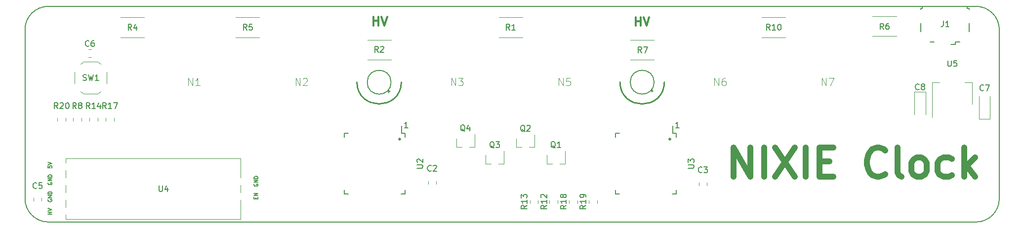
<source format=gbr>
%TF.GenerationSoftware,KiCad,Pcbnew,(5.0.1)-4*%
%TF.CreationDate,2019-04-12T07:50:59+02:00*%
%TF.ProjectId,nixie,6E697869652E6B696361645F70636200,rev?*%
%TF.SameCoordinates,Original*%
%TF.FileFunction,Legend,Top*%
%TF.FilePolarity,Positive*%
%FSLAX46Y46*%
G04 Gerber Fmt 4.6, Leading zero omitted, Abs format (unit mm)*
G04 Created by KiCad (PCBNEW (5.0.1)-4) date 12/04/2019 7:50:59*
%MOMM*%
%LPD*%
G01*
G04 APERTURE LIST*
%ADD10C,0.150000*%
%ADD11C,1.000000*%
%ADD12C,0.300000*%
%ADD13C,0.200000*%
%ADD14C,0.158750*%
%ADD15C,0.120000*%
%ADD16C,0.127000*%
%ADD17C,0.254000*%
%ADD18C,0.088900*%
G04 APERTURE END LIST*
D10*
X132873714Y-104084380D02*
X132302285Y-104084380D01*
X132588000Y-104084380D02*
X132588000Y-103084380D01*
X132492761Y-103227238D01*
X132397523Y-103322476D01*
X132302285Y-103370095D01*
D11*
X188700761Y-112497904D02*
X188700761Y-107497904D01*
X191557904Y-112497904D01*
X191557904Y-107497904D01*
X193938857Y-112497904D02*
X193938857Y-107497904D01*
X195843619Y-107497904D02*
X199176952Y-112497904D01*
X199176952Y-107497904D02*
X195843619Y-112497904D01*
X201081714Y-112497904D02*
X201081714Y-107497904D01*
X203462666Y-109878857D02*
X205129333Y-109878857D01*
X205843619Y-112497904D02*
X203462666Y-112497904D01*
X203462666Y-107497904D01*
X205843619Y-107497904D01*
X214653142Y-112021714D02*
X214415047Y-112259809D01*
X213700761Y-112497904D01*
X213224571Y-112497904D01*
X212510285Y-112259809D01*
X212034095Y-111783619D01*
X211796000Y-111307428D01*
X211557904Y-110355047D01*
X211557904Y-109640761D01*
X211796000Y-108688380D01*
X212034095Y-108212190D01*
X212510285Y-107736000D01*
X213224571Y-107497904D01*
X213700761Y-107497904D01*
X214415047Y-107736000D01*
X214653142Y-107974095D01*
X217510285Y-112497904D02*
X217034095Y-112259809D01*
X216796000Y-111783619D01*
X216796000Y-107497904D01*
X220129333Y-112497904D02*
X219653142Y-112259809D01*
X219415047Y-112021714D01*
X219176952Y-111545523D01*
X219176952Y-110116952D01*
X219415047Y-109640761D01*
X219653142Y-109402666D01*
X220129333Y-109164571D01*
X220843619Y-109164571D01*
X221319809Y-109402666D01*
X221557904Y-109640761D01*
X221796000Y-110116952D01*
X221796000Y-111545523D01*
X221557904Y-112021714D01*
X221319809Y-112259809D01*
X220843619Y-112497904D01*
X220129333Y-112497904D01*
X226081714Y-112259809D02*
X225605523Y-112497904D01*
X224653142Y-112497904D01*
X224176952Y-112259809D01*
X223938857Y-112021714D01*
X223700761Y-111545523D01*
X223700761Y-110116952D01*
X223938857Y-109640761D01*
X224176952Y-109402666D01*
X224653142Y-109164571D01*
X225605523Y-109164571D01*
X226081714Y-109402666D01*
X228224571Y-112497904D02*
X228224571Y-107497904D01*
X228700761Y-110593142D02*
X230129333Y-112497904D01*
X230129333Y-109164571D02*
X228224571Y-111069333D01*
D12*
X131445000Y-105945714D02*
X131516428Y-106017142D01*
X131445000Y-106088571D01*
X131373571Y-106017142D01*
X131445000Y-105945714D01*
X131445000Y-106088571D01*
X177800000Y-105945714D02*
X177871428Y-106017142D01*
X177800000Y-106088571D01*
X177728571Y-106017142D01*
X177800000Y-105945714D01*
X177800000Y-106088571D01*
D13*
X71251000Y-120249000D02*
G75*
G02X67251000Y-116249000I0J4000000D01*
G01*
X71251000Y-120249000D02*
X230251000Y-120249000D01*
X234251000Y-87249000D02*
X234251000Y-116249000D01*
X67251000Y-87249000D02*
G75*
G02X71251000Y-83249000I4000000J0D01*
G01*
X234251000Y-116249000D02*
G75*
G02X230251000Y-120249000I-4000000J0D01*
G01*
X67251000Y-87249000D02*
X67251000Y-116249000D01*
X71251000Y-83249000D02*
X230251000Y-83249000D01*
X230251000Y-83249000D02*
G75*
G02X234251000Y-87249000I0J-4000000D01*
G01*
D14*
X106825142Y-116283619D02*
X106825142Y-116071952D01*
X107157761Y-115981238D02*
X107157761Y-116283619D01*
X106522761Y-116283619D01*
X106522761Y-115981238D01*
X107157761Y-115709095D02*
X106522761Y-115709095D01*
X107157761Y-115346238D01*
X106522761Y-115346238D01*
X106553000Y-113743619D02*
X106522761Y-113804095D01*
X106522761Y-113894809D01*
X106553000Y-113985523D01*
X106613476Y-114046000D01*
X106673952Y-114076238D01*
X106794904Y-114106476D01*
X106885619Y-114106476D01*
X107006571Y-114076238D01*
X107067047Y-114046000D01*
X107127523Y-113985523D01*
X107157761Y-113894809D01*
X107157761Y-113834333D01*
X107127523Y-113743619D01*
X107097285Y-113713380D01*
X106885619Y-113713380D01*
X106885619Y-113834333D01*
X107157761Y-113441238D02*
X106522761Y-113441238D01*
X107157761Y-113078380D01*
X106522761Y-113078380D01*
X107157761Y-112776000D02*
X106522761Y-112776000D01*
X106522761Y-112624809D01*
X106553000Y-112534095D01*
X106613476Y-112473619D01*
X106673952Y-112443380D01*
X106794904Y-112413142D01*
X106885619Y-112413142D01*
X107006571Y-112443380D01*
X107067047Y-112473619D01*
X107127523Y-112534095D01*
X107157761Y-112624809D01*
X107157761Y-112776000D01*
X71851761Y-118905261D02*
X71216761Y-118905261D01*
X71519142Y-118905261D02*
X71519142Y-118542404D01*
X71851761Y-118542404D02*
X71216761Y-118542404D01*
X71216761Y-118330738D02*
X71851761Y-118119071D01*
X71216761Y-117907404D01*
X71247000Y-116395500D02*
X71216761Y-116455976D01*
X71216761Y-116546690D01*
X71247000Y-116637404D01*
X71307476Y-116697880D01*
X71367952Y-116728119D01*
X71488904Y-116758357D01*
X71579619Y-116758357D01*
X71700571Y-116728119D01*
X71761047Y-116697880D01*
X71821523Y-116637404D01*
X71851761Y-116546690D01*
X71851761Y-116486214D01*
X71821523Y-116395500D01*
X71791285Y-116365261D01*
X71579619Y-116365261D01*
X71579619Y-116486214D01*
X71851761Y-116093119D02*
X71216761Y-116093119D01*
X71851761Y-115730261D01*
X71216761Y-115730261D01*
X71851761Y-115427880D02*
X71216761Y-115427880D01*
X71216761Y-115276690D01*
X71247000Y-115185976D01*
X71307476Y-115125500D01*
X71367952Y-115095261D01*
X71488904Y-115065023D01*
X71579619Y-115065023D01*
X71700571Y-115095261D01*
X71761047Y-115125500D01*
X71821523Y-115185976D01*
X71851761Y-115276690D01*
X71851761Y-115427880D01*
X71247000Y-113492642D02*
X71216761Y-113553119D01*
X71216761Y-113643833D01*
X71247000Y-113734547D01*
X71307476Y-113795023D01*
X71367952Y-113825261D01*
X71488904Y-113855500D01*
X71579619Y-113855500D01*
X71700571Y-113825261D01*
X71761047Y-113795023D01*
X71821523Y-113734547D01*
X71851761Y-113643833D01*
X71851761Y-113583357D01*
X71821523Y-113492642D01*
X71791285Y-113462404D01*
X71579619Y-113462404D01*
X71579619Y-113583357D01*
X71851761Y-113190261D02*
X71216761Y-113190261D01*
X71851761Y-112827404D01*
X71216761Y-112827404D01*
X71851761Y-112525023D02*
X71216761Y-112525023D01*
X71216761Y-112373833D01*
X71247000Y-112283119D01*
X71307476Y-112222642D01*
X71367952Y-112192404D01*
X71488904Y-112162166D01*
X71579619Y-112162166D01*
X71700571Y-112192404D01*
X71761047Y-112222642D01*
X71821523Y-112283119D01*
X71851761Y-112373833D01*
X71851761Y-112525023D01*
X71216761Y-110620023D02*
X71216761Y-110922404D01*
X71519142Y-110952642D01*
X71488904Y-110922404D01*
X71458666Y-110861928D01*
X71458666Y-110710738D01*
X71488904Y-110650261D01*
X71519142Y-110620023D01*
X71579619Y-110589785D01*
X71730809Y-110589785D01*
X71791285Y-110620023D01*
X71821523Y-110650261D01*
X71851761Y-110710738D01*
X71851761Y-110861928D01*
X71821523Y-110922404D01*
X71791285Y-110952642D01*
X71216761Y-110408357D02*
X71851761Y-110196690D01*
X71216761Y-109985023D01*
X174930404Y-97708357D02*
X174446595Y-97708357D01*
X174688500Y-97950261D02*
X174688500Y-97466452D01*
X129845404Y-97835357D02*
X129361595Y-97835357D01*
X129603500Y-98077261D02*
X129603500Y-97593452D01*
D12*
X171902571Y-86594071D02*
X171902571Y-85094071D01*
X171902571Y-85808357D02*
X172759714Y-85808357D01*
X172759714Y-86594071D02*
X172759714Y-85094071D01*
X173259714Y-85094071D02*
X173759714Y-86594071D01*
X174259714Y-85094071D01*
X127008071Y-86530571D02*
X127008071Y-85030571D01*
X127008071Y-85744857D02*
X127865214Y-85744857D01*
X127865214Y-86530571D02*
X127865214Y-85030571D01*
X128365214Y-85030571D02*
X128865214Y-86530571D01*
X129365214Y-85030571D01*
D10*
X179355714Y-104084380D02*
X178784285Y-104084380D01*
X179070000Y-104084380D02*
X179070000Y-103084380D01*
X178974761Y-103227238D01*
X178879523Y-103322476D01*
X178784285Y-103370095D01*
X131790500Y-105061000D02*
X131790500Y-103786000D01*
X132365500Y-115411000D02*
X132365500Y-114736000D01*
X122015500Y-115411000D02*
X122015500Y-114736000D01*
X122015500Y-105061000D02*
X122015500Y-105736000D01*
X132365500Y-105061000D02*
X132365500Y-105736000D01*
X122015500Y-105061000D02*
X122690500Y-105061000D01*
X122015500Y-115411000D02*
X122690500Y-115411000D01*
X132365500Y-115411000D02*
X131690500Y-115411000D01*
X132365500Y-105061000D02*
X131790500Y-105061000D01*
X178272500Y-105061000D02*
X178272500Y-103786000D01*
X178847500Y-115411000D02*
X178847500Y-114736000D01*
X168497500Y-115411000D02*
X168497500Y-114736000D01*
X168497500Y-105061000D02*
X168497500Y-105736000D01*
X178847500Y-105061000D02*
X178847500Y-105736000D01*
X168497500Y-105061000D02*
X169172500Y-105061000D01*
X168497500Y-115411000D02*
X169172500Y-115411000D01*
X178847500Y-115411000D02*
X178172500Y-115411000D01*
X178847500Y-105061000D02*
X178272500Y-105061000D01*
D15*
X219727500Y-97909500D02*
X219727500Y-101819500D01*
X221597500Y-97909500D02*
X219727500Y-97909500D01*
X221597500Y-101819500D02*
X221597500Y-97909500D01*
X74231500Y-118999000D02*
X74231500Y-119761000D01*
X74231500Y-119761000D02*
X104203500Y-119761000D01*
X104203500Y-113919000D02*
X104203500Y-115189000D01*
X104203500Y-109347000D02*
X104203500Y-112649000D01*
X74231500Y-116459000D02*
X74231500Y-117729000D01*
X74231500Y-113919000D02*
X74231500Y-115189000D01*
X74231500Y-111379000D02*
X74231500Y-112649000D01*
X74231500Y-109347000D02*
X74231500Y-110109000D01*
X74231500Y-109347000D02*
X104203500Y-109347000D01*
X104203500Y-116459000D02*
X104203500Y-119761000D01*
D16*
X129999998Y-96266000D02*
G75*
G03X129999998Y-96266000I-2047498J0D01*
G01*
D17*
X124142544Y-96268135D02*
G75*
G03X131762500Y-96266000I3809956J80875D01*
G01*
D16*
X175084998Y-96266000D02*
G75*
G03X175084998Y-96266000I-2047498J0D01*
G01*
D17*
X169227544Y-96268135D02*
G75*
G03X176847500Y-96266000I3809956J80875D01*
G01*
D15*
X136338000Y-113733078D02*
X136338000Y-113215922D01*
X137758000Y-113733078D02*
X137758000Y-113215922D01*
X184161500Y-114002078D02*
X184161500Y-113484922D01*
X182741500Y-114002078D02*
X182741500Y-113484922D01*
X68695500Y-116088422D02*
X68695500Y-116605578D01*
X70115500Y-116088422D02*
X70115500Y-116605578D01*
D10*
X229067000Y-87581500D02*
X229067000Y-86181500D01*
X229067000Y-83781500D02*
X229067000Y-83631500D01*
X229067000Y-83631500D02*
X228767000Y-83631500D01*
X228767000Y-83631500D02*
X228767000Y-83181500D01*
X221067000Y-83181500D02*
X221067000Y-83631500D01*
X221067000Y-83631500D02*
X220767000Y-83631500D01*
X220767000Y-83631500D02*
X220767000Y-83781500D01*
X220767000Y-86181500D02*
X220767000Y-87581500D01*
X225992000Y-89756500D02*
X226717000Y-89756500D01*
X226717000Y-89756500D02*
X226717000Y-89331500D01*
X226717000Y-89331500D02*
X227442000Y-89331500D01*
X223117000Y-89331500D02*
X222392000Y-89331500D01*
D15*
X156664500Y-110250000D02*
X157594500Y-110250000D01*
X159824500Y-110250000D02*
X158894500Y-110250000D01*
X159824500Y-110250000D02*
X159824500Y-108090000D01*
X156664500Y-110250000D02*
X156664500Y-108790000D01*
X151457500Y-107424000D02*
X152387500Y-107424000D01*
X154617500Y-107424000D02*
X153687500Y-107424000D01*
X154617500Y-107424000D02*
X154617500Y-105264000D01*
X151457500Y-107424000D02*
X151457500Y-105964000D01*
X146187000Y-110234000D02*
X146187000Y-108774000D01*
X149347000Y-110234000D02*
X149347000Y-108074000D01*
X149347000Y-110234000D02*
X148417000Y-110234000D01*
X146187000Y-110234000D02*
X147117000Y-110234000D01*
X141168000Y-107376500D02*
X141168000Y-105916500D01*
X144328000Y-107376500D02*
X144328000Y-105216500D01*
X144328000Y-107376500D02*
X143398000Y-107376500D01*
X141168000Y-107376500D02*
X142098000Y-107376500D01*
X152547064Y-85158000D02*
X148442936Y-85158000D01*
X152547064Y-88578000D02*
X148442936Y-88578000D01*
X125921436Y-89031500D02*
X130025564Y-89031500D01*
X125921436Y-92451500D02*
X130025564Y-92451500D01*
X83630436Y-88578000D02*
X87734564Y-88578000D01*
X83630436Y-85158000D02*
X87734564Y-85158000D01*
X103357936Y-85158000D02*
X107462064Y-85158000D01*
X103357936Y-88578000D02*
X107462064Y-88578000D01*
X216618564Y-88387500D02*
X212514436Y-88387500D01*
X216618564Y-84967500D02*
X212514436Y-84967500D01*
X171006436Y-92451500D02*
X175110564Y-92451500D01*
X171006436Y-89031500D02*
X175110564Y-89031500D01*
X76910000Y-102938078D02*
X76910000Y-102420922D01*
X75490000Y-102938078D02*
X75490000Y-102420922D01*
X197632064Y-88578000D02*
X193527936Y-88578000D01*
X197632064Y-85158000D02*
X193527936Y-85158000D01*
X157151000Y-117020078D02*
X157151000Y-116502922D01*
X158571000Y-117020078D02*
X158571000Y-116502922D01*
X153785500Y-117020078D02*
X153785500Y-116502922D01*
X155205500Y-117020078D02*
X155205500Y-116502922D01*
X79704000Y-102923078D02*
X79704000Y-102405922D01*
X78284000Y-102923078D02*
X78284000Y-102405922D01*
X81078000Y-102923078D02*
X81078000Y-102405922D01*
X82498000Y-102923078D02*
X82498000Y-102405922D01*
X160516500Y-117020078D02*
X160516500Y-116502922D01*
X161936500Y-117020078D02*
X161936500Y-116502922D01*
X165302000Y-117020078D02*
X165302000Y-116502922D01*
X163882000Y-117020078D02*
X163882000Y-116502922D01*
X74243000Y-102923078D02*
X74243000Y-102405922D01*
X72823000Y-102923078D02*
X72823000Y-102405922D01*
X78115422Y-90603000D02*
X78632578Y-90603000D01*
X78115422Y-92023000D02*
X78632578Y-92023000D01*
X76811000Y-97809000D02*
X77261000Y-98259000D01*
X80211000Y-97809000D02*
X79761000Y-98259000D01*
X80211000Y-93209000D02*
X79761000Y-92759000D01*
X76811000Y-93209000D02*
X77261000Y-92759000D01*
X81261000Y-94509000D02*
X81261000Y-96509000D01*
X77261000Y-98259000D02*
X79761000Y-98259000D01*
X75761000Y-94509000D02*
X75761000Y-96509000D01*
X77261000Y-92759000D02*
X79761000Y-92759000D01*
X230776500Y-98666500D02*
X230776500Y-102576500D01*
X230776500Y-102576500D02*
X232646500Y-102576500D01*
X232646500Y-102576500D02*
X232646500Y-98666500D01*
X229597000Y-96299500D02*
X228337000Y-96299500D01*
X222777000Y-96299500D02*
X224037000Y-96299500D01*
X229597000Y-100059500D02*
X229597000Y-96299500D01*
X222777000Y-102309500D02*
X222777000Y-96299500D01*
D10*
X134442880Y-110997904D02*
X135252404Y-110997904D01*
X135347642Y-110950285D01*
X135395261Y-110902666D01*
X135442880Y-110807428D01*
X135442880Y-110616952D01*
X135395261Y-110521714D01*
X135347642Y-110474095D01*
X135252404Y-110426476D01*
X134442880Y-110426476D01*
X134538119Y-109997904D02*
X134490500Y-109950285D01*
X134442880Y-109855047D01*
X134442880Y-109616952D01*
X134490500Y-109521714D01*
X134538119Y-109474095D01*
X134633357Y-109426476D01*
X134728595Y-109426476D01*
X134871452Y-109474095D01*
X135442880Y-110045523D01*
X135442880Y-109426476D01*
X180924880Y-110997904D02*
X181734404Y-110997904D01*
X181829642Y-110950285D01*
X181877261Y-110902666D01*
X181924880Y-110807428D01*
X181924880Y-110616952D01*
X181877261Y-110521714D01*
X181829642Y-110474095D01*
X181734404Y-110426476D01*
X180924880Y-110426476D01*
X180924880Y-110045523D02*
X180924880Y-109426476D01*
X181305833Y-109759809D01*
X181305833Y-109616952D01*
X181353452Y-109521714D01*
X181401071Y-109474095D01*
X181496309Y-109426476D01*
X181734404Y-109426476D01*
X181829642Y-109474095D01*
X181877261Y-109521714D01*
X181924880Y-109616952D01*
X181924880Y-109902666D01*
X181877261Y-109997904D01*
X181829642Y-110045523D01*
X220495833Y-97481642D02*
X220448214Y-97529261D01*
X220305357Y-97576880D01*
X220210119Y-97576880D01*
X220067261Y-97529261D01*
X219972023Y-97434023D01*
X219924404Y-97338785D01*
X219876785Y-97148309D01*
X219876785Y-97005452D01*
X219924404Y-96814976D01*
X219972023Y-96719738D01*
X220067261Y-96624500D01*
X220210119Y-96576880D01*
X220305357Y-96576880D01*
X220448214Y-96624500D01*
X220495833Y-96672119D01*
X221067261Y-97005452D02*
X220972023Y-96957833D01*
X220924404Y-96910214D01*
X220876785Y-96814976D01*
X220876785Y-96767357D01*
X220924404Y-96672119D01*
X220972023Y-96624500D01*
X221067261Y-96576880D01*
X221257738Y-96576880D01*
X221352976Y-96624500D01*
X221400595Y-96672119D01*
X221448214Y-96767357D01*
X221448214Y-96814976D01*
X221400595Y-96910214D01*
X221352976Y-96957833D01*
X221257738Y-97005452D01*
X221067261Y-97005452D01*
X220972023Y-97053071D01*
X220924404Y-97100690D01*
X220876785Y-97195928D01*
X220876785Y-97386404D01*
X220924404Y-97481642D01*
X220972023Y-97529261D01*
X221067261Y-97576880D01*
X221257738Y-97576880D01*
X221352976Y-97529261D01*
X221400595Y-97481642D01*
X221448214Y-97386404D01*
X221448214Y-97195928D01*
X221400595Y-97100690D01*
X221352976Y-97053071D01*
X221257738Y-97005452D01*
X90233595Y-114006380D02*
X90233595Y-114815904D01*
X90281214Y-114911142D01*
X90328833Y-114958761D01*
X90424071Y-115006380D01*
X90614547Y-115006380D01*
X90709785Y-114958761D01*
X90757404Y-114911142D01*
X90805023Y-114815904D01*
X90805023Y-114006380D01*
X91709785Y-114339714D02*
X91709785Y-115006380D01*
X91471690Y-113958761D02*
X91233595Y-114673047D01*
X91852642Y-114673047D01*
D18*
X95234880Y-96840523D02*
X95234880Y-95570523D01*
X95960595Y-96840523D01*
X95960595Y-95570523D01*
X97230595Y-96840523D02*
X96504880Y-96840523D01*
X96867738Y-96840523D02*
X96867738Y-95570523D01*
X96746785Y-95751952D01*
X96625833Y-95872904D01*
X96504880Y-95933380D01*
X113649880Y-96840523D02*
X113649880Y-95570523D01*
X114375595Y-96840523D01*
X114375595Y-95570523D01*
X114919880Y-95691476D02*
X114980357Y-95631000D01*
X115101309Y-95570523D01*
X115403690Y-95570523D01*
X115524642Y-95631000D01*
X115585119Y-95691476D01*
X115645595Y-95812428D01*
X115645595Y-95933380D01*
X115585119Y-96114809D01*
X114859404Y-96840523D01*
X115645595Y-96840523D01*
X140319880Y-96840523D02*
X140319880Y-95570523D01*
X141045595Y-96840523D01*
X141045595Y-95570523D01*
X141529404Y-95570523D02*
X142315595Y-95570523D01*
X141892261Y-96054333D01*
X142073690Y-96054333D01*
X142194642Y-96114809D01*
X142255119Y-96175285D01*
X142315595Y-96296238D01*
X142315595Y-96598619D01*
X142255119Y-96719571D01*
X142194642Y-96780047D01*
X142073690Y-96840523D01*
X141710833Y-96840523D01*
X141589880Y-96780047D01*
X141529404Y-96719571D01*
X158734880Y-96840523D02*
X158734880Y-95570523D01*
X159460595Y-96840523D01*
X159460595Y-95570523D01*
X160670119Y-95570523D02*
X160065357Y-95570523D01*
X160004880Y-96175285D01*
X160065357Y-96114809D01*
X160186309Y-96054333D01*
X160488690Y-96054333D01*
X160609642Y-96114809D01*
X160670119Y-96175285D01*
X160730595Y-96296238D01*
X160730595Y-96598619D01*
X160670119Y-96719571D01*
X160609642Y-96780047D01*
X160488690Y-96840523D01*
X160186309Y-96840523D01*
X160065357Y-96780047D01*
X160004880Y-96719571D01*
X185404880Y-96840523D02*
X185404880Y-95570523D01*
X186130595Y-96840523D01*
X186130595Y-95570523D01*
X187279642Y-95570523D02*
X187037738Y-95570523D01*
X186916785Y-95631000D01*
X186856309Y-95691476D01*
X186735357Y-95872904D01*
X186674880Y-96114809D01*
X186674880Y-96598619D01*
X186735357Y-96719571D01*
X186795833Y-96780047D01*
X186916785Y-96840523D01*
X187158690Y-96840523D01*
X187279642Y-96780047D01*
X187340119Y-96719571D01*
X187400595Y-96598619D01*
X187400595Y-96296238D01*
X187340119Y-96175285D01*
X187279642Y-96114809D01*
X187158690Y-96054333D01*
X186916785Y-96054333D01*
X186795833Y-96114809D01*
X186735357Y-96175285D01*
X186674880Y-96296238D01*
X203819880Y-96840523D02*
X203819880Y-95570523D01*
X204545595Y-96840523D01*
X204545595Y-95570523D01*
X205029404Y-95570523D02*
X205876071Y-95570523D01*
X205331785Y-96840523D01*
D10*
X136866333Y-111418642D02*
X136818714Y-111466261D01*
X136675857Y-111513880D01*
X136580619Y-111513880D01*
X136437761Y-111466261D01*
X136342523Y-111371023D01*
X136294904Y-111275785D01*
X136247285Y-111085309D01*
X136247285Y-110942452D01*
X136294904Y-110751976D01*
X136342523Y-110656738D01*
X136437761Y-110561500D01*
X136580619Y-110513880D01*
X136675857Y-110513880D01*
X136818714Y-110561500D01*
X136866333Y-110609119D01*
X137247285Y-110609119D02*
X137294904Y-110561500D01*
X137390142Y-110513880D01*
X137628238Y-110513880D01*
X137723476Y-110561500D01*
X137771095Y-110609119D01*
X137818714Y-110704357D01*
X137818714Y-110799595D01*
X137771095Y-110942452D01*
X137199666Y-111513880D01*
X137818714Y-111513880D01*
X183284833Y-111702642D02*
X183237214Y-111750261D01*
X183094357Y-111797880D01*
X182999119Y-111797880D01*
X182856261Y-111750261D01*
X182761023Y-111655023D01*
X182713404Y-111559785D01*
X182665785Y-111369309D01*
X182665785Y-111226452D01*
X182713404Y-111035976D01*
X182761023Y-110940738D01*
X182856261Y-110845500D01*
X182999119Y-110797880D01*
X183094357Y-110797880D01*
X183237214Y-110845500D01*
X183284833Y-110893119D01*
X183618166Y-110797880D02*
X184237214Y-110797880D01*
X183903880Y-111178833D01*
X184046738Y-111178833D01*
X184141976Y-111226452D01*
X184189595Y-111274071D01*
X184237214Y-111369309D01*
X184237214Y-111607404D01*
X184189595Y-111702642D01*
X184141976Y-111750261D01*
X184046738Y-111797880D01*
X183761023Y-111797880D01*
X183665785Y-111750261D01*
X183618166Y-111702642D01*
X69238833Y-114403142D02*
X69191214Y-114450761D01*
X69048357Y-114498380D01*
X68953119Y-114498380D01*
X68810261Y-114450761D01*
X68715023Y-114355523D01*
X68667404Y-114260285D01*
X68619785Y-114069809D01*
X68619785Y-113926952D01*
X68667404Y-113736476D01*
X68715023Y-113641238D01*
X68810261Y-113546000D01*
X68953119Y-113498380D01*
X69048357Y-113498380D01*
X69191214Y-113546000D01*
X69238833Y-113593619D01*
X70143595Y-113498380D02*
X69667404Y-113498380D01*
X69619785Y-113974571D01*
X69667404Y-113926952D01*
X69762642Y-113879333D01*
X70000738Y-113879333D01*
X70095976Y-113926952D01*
X70143595Y-113974571D01*
X70191214Y-114069809D01*
X70191214Y-114307904D01*
X70143595Y-114403142D01*
X70095976Y-114450761D01*
X70000738Y-114498380D01*
X69762642Y-114498380D01*
X69667404Y-114450761D01*
X69619785Y-114403142D01*
X224647166Y-85748880D02*
X224647166Y-86463166D01*
X224599547Y-86606023D01*
X224504309Y-86701261D01*
X224361452Y-86748880D01*
X224266214Y-86748880D01*
X225647166Y-86748880D02*
X225075738Y-86748880D01*
X225361452Y-86748880D02*
X225361452Y-85748880D01*
X225266214Y-85891738D01*
X225170976Y-85986976D01*
X225075738Y-86034595D01*
X158151761Y-107545119D02*
X158056523Y-107497500D01*
X157961285Y-107402261D01*
X157818428Y-107259404D01*
X157723190Y-107211785D01*
X157627952Y-107211785D01*
X157675571Y-107449880D02*
X157580333Y-107402261D01*
X157485095Y-107307023D01*
X157437476Y-107116547D01*
X157437476Y-106783214D01*
X157485095Y-106592738D01*
X157580333Y-106497500D01*
X157675571Y-106449880D01*
X157866047Y-106449880D01*
X157961285Y-106497500D01*
X158056523Y-106592738D01*
X158104142Y-106783214D01*
X158104142Y-107116547D01*
X158056523Y-107307023D01*
X157961285Y-107402261D01*
X157866047Y-107449880D01*
X157675571Y-107449880D01*
X159056523Y-107449880D02*
X158485095Y-107449880D01*
X158770809Y-107449880D02*
X158770809Y-106449880D01*
X158675571Y-106592738D01*
X158580333Y-106687976D01*
X158485095Y-106735595D01*
X152942261Y-104751119D02*
X152847023Y-104703500D01*
X152751785Y-104608261D01*
X152608928Y-104465404D01*
X152513690Y-104417785D01*
X152418452Y-104417785D01*
X152466071Y-104655880D02*
X152370833Y-104608261D01*
X152275595Y-104513023D01*
X152227976Y-104322547D01*
X152227976Y-103989214D01*
X152275595Y-103798738D01*
X152370833Y-103703500D01*
X152466071Y-103655880D01*
X152656547Y-103655880D01*
X152751785Y-103703500D01*
X152847023Y-103798738D01*
X152894642Y-103989214D01*
X152894642Y-104322547D01*
X152847023Y-104513023D01*
X152751785Y-104608261D01*
X152656547Y-104655880D01*
X152466071Y-104655880D01*
X153275595Y-103751119D02*
X153323214Y-103703500D01*
X153418452Y-103655880D01*
X153656547Y-103655880D01*
X153751785Y-103703500D01*
X153799404Y-103751119D01*
X153847023Y-103846357D01*
X153847023Y-103941595D01*
X153799404Y-104084452D01*
X153227976Y-104655880D01*
X153847023Y-104655880D01*
X147671761Y-107561119D02*
X147576523Y-107513500D01*
X147481285Y-107418261D01*
X147338428Y-107275404D01*
X147243190Y-107227785D01*
X147147952Y-107227785D01*
X147195571Y-107465880D02*
X147100333Y-107418261D01*
X147005095Y-107323023D01*
X146957476Y-107132547D01*
X146957476Y-106799214D01*
X147005095Y-106608738D01*
X147100333Y-106513500D01*
X147195571Y-106465880D01*
X147386047Y-106465880D01*
X147481285Y-106513500D01*
X147576523Y-106608738D01*
X147624142Y-106799214D01*
X147624142Y-107132547D01*
X147576523Y-107323023D01*
X147481285Y-107418261D01*
X147386047Y-107465880D01*
X147195571Y-107465880D01*
X147957476Y-106465880D02*
X148576523Y-106465880D01*
X148243190Y-106846833D01*
X148386047Y-106846833D01*
X148481285Y-106894452D01*
X148528904Y-106942071D01*
X148576523Y-107037309D01*
X148576523Y-107275404D01*
X148528904Y-107370642D01*
X148481285Y-107418261D01*
X148386047Y-107465880D01*
X148100333Y-107465880D01*
X148005095Y-107418261D01*
X147957476Y-107370642D01*
X142652761Y-104687619D02*
X142557523Y-104640000D01*
X142462285Y-104544761D01*
X142319428Y-104401904D01*
X142224190Y-104354285D01*
X142128952Y-104354285D01*
X142176571Y-104592380D02*
X142081333Y-104544761D01*
X141986095Y-104449523D01*
X141938476Y-104259047D01*
X141938476Y-103925714D01*
X141986095Y-103735238D01*
X142081333Y-103640000D01*
X142176571Y-103592380D01*
X142367047Y-103592380D01*
X142462285Y-103640000D01*
X142557523Y-103735238D01*
X142605142Y-103925714D01*
X142605142Y-104259047D01*
X142557523Y-104449523D01*
X142462285Y-104544761D01*
X142367047Y-104592380D01*
X142176571Y-104592380D01*
X143462285Y-103925714D02*
X143462285Y-104592380D01*
X143224190Y-103544761D02*
X142986095Y-104259047D01*
X143605142Y-104259047D01*
X150328333Y-87320380D02*
X149995000Y-86844190D01*
X149756904Y-87320380D02*
X149756904Y-86320380D01*
X150137857Y-86320380D01*
X150233095Y-86368000D01*
X150280714Y-86415619D01*
X150328333Y-86510857D01*
X150328333Y-86653714D01*
X150280714Y-86748952D01*
X150233095Y-86796571D01*
X150137857Y-86844190D01*
X149756904Y-86844190D01*
X151280714Y-87320380D02*
X150709285Y-87320380D01*
X150995000Y-87320380D02*
X150995000Y-86320380D01*
X150899761Y-86463238D01*
X150804523Y-86558476D01*
X150709285Y-86606095D01*
X127785833Y-91130380D02*
X127452500Y-90654190D01*
X127214404Y-91130380D02*
X127214404Y-90130380D01*
X127595357Y-90130380D01*
X127690595Y-90178000D01*
X127738214Y-90225619D01*
X127785833Y-90320857D01*
X127785833Y-90463714D01*
X127738214Y-90558952D01*
X127690595Y-90606571D01*
X127595357Y-90654190D01*
X127214404Y-90654190D01*
X128166785Y-90225619D02*
X128214404Y-90178000D01*
X128309642Y-90130380D01*
X128547738Y-90130380D01*
X128642976Y-90178000D01*
X128690595Y-90225619D01*
X128738214Y-90320857D01*
X128738214Y-90416095D01*
X128690595Y-90558952D01*
X128119166Y-91130380D01*
X128738214Y-91130380D01*
X85515833Y-87320380D02*
X85182500Y-86844190D01*
X84944404Y-87320380D02*
X84944404Y-86320380D01*
X85325357Y-86320380D01*
X85420595Y-86368000D01*
X85468214Y-86415619D01*
X85515833Y-86510857D01*
X85515833Y-86653714D01*
X85468214Y-86748952D01*
X85420595Y-86796571D01*
X85325357Y-86844190D01*
X84944404Y-86844190D01*
X86372976Y-86653714D02*
X86372976Y-87320380D01*
X86134880Y-86272761D02*
X85896785Y-86987047D01*
X86515833Y-86987047D01*
X105264333Y-87320380D02*
X104931000Y-86844190D01*
X104692904Y-87320380D02*
X104692904Y-86320380D01*
X105073857Y-86320380D01*
X105169095Y-86368000D01*
X105216714Y-86415619D01*
X105264333Y-86510857D01*
X105264333Y-86653714D01*
X105216714Y-86748952D01*
X105169095Y-86796571D01*
X105073857Y-86844190D01*
X104692904Y-86844190D01*
X106169095Y-86320380D02*
X105692904Y-86320380D01*
X105645285Y-86796571D01*
X105692904Y-86748952D01*
X105788142Y-86701333D01*
X106026238Y-86701333D01*
X106121476Y-86748952D01*
X106169095Y-86796571D01*
X106216714Y-86891809D01*
X106216714Y-87129904D01*
X106169095Y-87225142D01*
X106121476Y-87272761D01*
X106026238Y-87320380D01*
X105788142Y-87320380D01*
X105692904Y-87272761D01*
X105645285Y-87225142D01*
X214399833Y-87193380D02*
X214066500Y-86717190D01*
X213828404Y-87193380D02*
X213828404Y-86193380D01*
X214209357Y-86193380D01*
X214304595Y-86241000D01*
X214352214Y-86288619D01*
X214399833Y-86383857D01*
X214399833Y-86526714D01*
X214352214Y-86621952D01*
X214304595Y-86669571D01*
X214209357Y-86717190D01*
X213828404Y-86717190D01*
X215256976Y-86193380D02*
X215066500Y-86193380D01*
X214971261Y-86241000D01*
X214923642Y-86288619D01*
X214828404Y-86431476D01*
X214780785Y-86621952D01*
X214780785Y-87002904D01*
X214828404Y-87098142D01*
X214876023Y-87145761D01*
X214971261Y-87193380D01*
X215161738Y-87193380D01*
X215256976Y-87145761D01*
X215304595Y-87098142D01*
X215352214Y-87002904D01*
X215352214Y-86764809D01*
X215304595Y-86669571D01*
X215256976Y-86621952D01*
X215161738Y-86574333D01*
X214971261Y-86574333D01*
X214876023Y-86621952D01*
X214828404Y-86669571D01*
X214780785Y-86764809D01*
X172934333Y-91193880D02*
X172601000Y-90717690D01*
X172362904Y-91193880D02*
X172362904Y-90193880D01*
X172743857Y-90193880D01*
X172839095Y-90241500D01*
X172886714Y-90289119D01*
X172934333Y-90384357D01*
X172934333Y-90527214D01*
X172886714Y-90622452D01*
X172839095Y-90670071D01*
X172743857Y-90717690D01*
X172362904Y-90717690D01*
X173267666Y-90193880D02*
X173934333Y-90193880D01*
X173505761Y-91193880D01*
X76033333Y-100782380D02*
X75700000Y-100306190D01*
X75461904Y-100782380D02*
X75461904Y-99782380D01*
X75842857Y-99782380D01*
X75938095Y-99830000D01*
X75985714Y-99877619D01*
X76033333Y-99972857D01*
X76033333Y-100115714D01*
X75985714Y-100210952D01*
X75938095Y-100258571D01*
X75842857Y-100306190D01*
X75461904Y-100306190D01*
X76604761Y-100210952D02*
X76509523Y-100163333D01*
X76461904Y-100115714D01*
X76414285Y-100020476D01*
X76414285Y-99972857D01*
X76461904Y-99877619D01*
X76509523Y-99830000D01*
X76604761Y-99782380D01*
X76795238Y-99782380D01*
X76890476Y-99830000D01*
X76938095Y-99877619D01*
X76985714Y-99972857D01*
X76985714Y-100020476D01*
X76938095Y-100115714D01*
X76890476Y-100163333D01*
X76795238Y-100210952D01*
X76604761Y-100210952D01*
X76509523Y-100258571D01*
X76461904Y-100306190D01*
X76414285Y-100401428D01*
X76414285Y-100591904D01*
X76461904Y-100687142D01*
X76509523Y-100734761D01*
X76604761Y-100782380D01*
X76795238Y-100782380D01*
X76890476Y-100734761D01*
X76938095Y-100687142D01*
X76985714Y-100591904D01*
X76985714Y-100401428D01*
X76938095Y-100306190D01*
X76890476Y-100258571D01*
X76795238Y-100210952D01*
X194937142Y-87320380D02*
X194603809Y-86844190D01*
X194365714Y-87320380D02*
X194365714Y-86320380D01*
X194746666Y-86320380D01*
X194841904Y-86368000D01*
X194889523Y-86415619D01*
X194937142Y-86510857D01*
X194937142Y-86653714D01*
X194889523Y-86748952D01*
X194841904Y-86796571D01*
X194746666Y-86844190D01*
X194365714Y-86844190D01*
X195889523Y-87320380D02*
X195318095Y-87320380D01*
X195603809Y-87320380D02*
X195603809Y-86320380D01*
X195508571Y-86463238D01*
X195413333Y-86558476D01*
X195318095Y-86606095D01*
X196508571Y-86320380D02*
X196603809Y-86320380D01*
X196699047Y-86368000D01*
X196746666Y-86415619D01*
X196794285Y-86510857D01*
X196841904Y-86701333D01*
X196841904Y-86939428D01*
X196794285Y-87129904D01*
X196746666Y-87225142D01*
X196699047Y-87272761D01*
X196603809Y-87320380D01*
X196508571Y-87320380D01*
X196413333Y-87272761D01*
X196365714Y-87225142D01*
X196318095Y-87129904D01*
X196270476Y-86939428D01*
X196270476Y-86701333D01*
X196318095Y-86510857D01*
X196365714Y-86415619D01*
X196413333Y-86368000D01*
X196508571Y-86320380D01*
X156663380Y-117404357D02*
X156187190Y-117737690D01*
X156663380Y-117975785D02*
X155663380Y-117975785D01*
X155663380Y-117594833D01*
X155711000Y-117499595D01*
X155758619Y-117451976D01*
X155853857Y-117404357D01*
X155996714Y-117404357D01*
X156091952Y-117451976D01*
X156139571Y-117499595D01*
X156187190Y-117594833D01*
X156187190Y-117975785D01*
X156663380Y-116451976D02*
X156663380Y-117023404D01*
X156663380Y-116737690D02*
X155663380Y-116737690D01*
X155806238Y-116832928D01*
X155901476Y-116928166D01*
X155949095Y-117023404D01*
X155758619Y-116071023D02*
X155711000Y-116023404D01*
X155663380Y-115928166D01*
X155663380Y-115690071D01*
X155711000Y-115594833D01*
X155758619Y-115547214D01*
X155853857Y-115499595D01*
X155949095Y-115499595D01*
X156091952Y-115547214D01*
X156663380Y-116118642D01*
X156663380Y-115499595D01*
X153297880Y-117404357D02*
X152821690Y-117737690D01*
X153297880Y-117975785D02*
X152297880Y-117975785D01*
X152297880Y-117594833D01*
X152345500Y-117499595D01*
X152393119Y-117451976D01*
X152488357Y-117404357D01*
X152631214Y-117404357D01*
X152726452Y-117451976D01*
X152774071Y-117499595D01*
X152821690Y-117594833D01*
X152821690Y-117975785D01*
X153297880Y-116451976D02*
X153297880Y-117023404D01*
X153297880Y-116737690D02*
X152297880Y-116737690D01*
X152440738Y-116832928D01*
X152535976Y-116928166D01*
X152583595Y-117023404D01*
X152297880Y-116118642D02*
X152297880Y-115499595D01*
X152678833Y-115832928D01*
X152678833Y-115690071D01*
X152726452Y-115594833D01*
X152774071Y-115547214D01*
X152869309Y-115499595D01*
X153107404Y-115499595D01*
X153202642Y-115547214D01*
X153250261Y-115594833D01*
X153297880Y-115690071D01*
X153297880Y-115975785D01*
X153250261Y-116071023D01*
X153202642Y-116118642D01*
X78351142Y-100782380D02*
X78017809Y-100306190D01*
X77779714Y-100782380D02*
X77779714Y-99782380D01*
X78160666Y-99782380D01*
X78255904Y-99830000D01*
X78303523Y-99877619D01*
X78351142Y-99972857D01*
X78351142Y-100115714D01*
X78303523Y-100210952D01*
X78255904Y-100258571D01*
X78160666Y-100306190D01*
X77779714Y-100306190D01*
X79303523Y-100782380D02*
X78732095Y-100782380D01*
X79017809Y-100782380D02*
X79017809Y-99782380D01*
X78922571Y-99925238D01*
X78827333Y-100020476D01*
X78732095Y-100068095D01*
X80160666Y-100115714D02*
X80160666Y-100782380D01*
X79922571Y-99734761D02*
X79684476Y-100449047D01*
X80303523Y-100449047D01*
X81145142Y-100782380D02*
X80811809Y-100306190D01*
X80573714Y-100782380D02*
X80573714Y-99782380D01*
X80954666Y-99782380D01*
X81049904Y-99830000D01*
X81097523Y-99877619D01*
X81145142Y-99972857D01*
X81145142Y-100115714D01*
X81097523Y-100210952D01*
X81049904Y-100258571D01*
X80954666Y-100306190D01*
X80573714Y-100306190D01*
X82097523Y-100782380D02*
X81526095Y-100782380D01*
X81811809Y-100782380D02*
X81811809Y-99782380D01*
X81716571Y-99925238D01*
X81621333Y-100020476D01*
X81526095Y-100068095D01*
X82430857Y-99782380D02*
X83097523Y-99782380D01*
X82668952Y-100782380D01*
X160028880Y-117404357D02*
X159552690Y-117737690D01*
X160028880Y-117975785D02*
X159028880Y-117975785D01*
X159028880Y-117594833D01*
X159076500Y-117499595D01*
X159124119Y-117451976D01*
X159219357Y-117404357D01*
X159362214Y-117404357D01*
X159457452Y-117451976D01*
X159505071Y-117499595D01*
X159552690Y-117594833D01*
X159552690Y-117975785D01*
X160028880Y-116451976D02*
X160028880Y-117023404D01*
X160028880Y-116737690D02*
X159028880Y-116737690D01*
X159171738Y-116832928D01*
X159266976Y-116928166D01*
X159314595Y-117023404D01*
X159457452Y-115880547D02*
X159409833Y-115975785D01*
X159362214Y-116023404D01*
X159266976Y-116071023D01*
X159219357Y-116071023D01*
X159124119Y-116023404D01*
X159076500Y-115975785D01*
X159028880Y-115880547D01*
X159028880Y-115690071D01*
X159076500Y-115594833D01*
X159124119Y-115547214D01*
X159219357Y-115499595D01*
X159266976Y-115499595D01*
X159362214Y-115547214D01*
X159409833Y-115594833D01*
X159457452Y-115690071D01*
X159457452Y-115880547D01*
X159505071Y-115975785D01*
X159552690Y-116023404D01*
X159647928Y-116071023D01*
X159838404Y-116071023D01*
X159933642Y-116023404D01*
X159981261Y-115975785D01*
X160028880Y-115880547D01*
X160028880Y-115690071D01*
X159981261Y-115594833D01*
X159933642Y-115547214D01*
X159838404Y-115499595D01*
X159647928Y-115499595D01*
X159552690Y-115547214D01*
X159505071Y-115594833D01*
X159457452Y-115690071D01*
X163394380Y-117404357D02*
X162918190Y-117737690D01*
X163394380Y-117975785D02*
X162394380Y-117975785D01*
X162394380Y-117594833D01*
X162442000Y-117499595D01*
X162489619Y-117451976D01*
X162584857Y-117404357D01*
X162727714Y-117404357D01*
X162822952Y-117451976D01*
X162870571Y-117499595D01*
X162918190Y-117594833D01*
X162918190Y-117975785D01*
X163394380Y-116451976D02*
X163394380Y-117023404D01*
X163394380Y-116737690D02*
X162394380Y-116737690D01*
X162537238Y-116832928D01*
X162632476Y-116928166D01*
X162680095Y-117023404D01*
X163394380Y-115975785D02*
X163394380Y-115785309D01*
X163346761Y-115690071D01*
X163299142Y-115642452D01*
X163156285Y-115547214D01*
X162965809Y-115499595D01*
X162584857Y-115499595D01*
X162489619Y-115547214D01*
X162442000Y-115594833D01*
X162394380Y-115690071D01*
X162394380Y-115880547D01*
X162442000Y-115975785D01*
X162489619Y-116023404D01*
X162584857Y-116071023D01*
X162822952Y-116071023D01*
X162918190Y-116023404D01*
X162965809Y-115975785D01*
X163013428Y-115880547D01*
X163013428Y-115690071D01*
X162965809Y-115594833D01*
X162918190Y-115547214D01*
X162822952Y-115499595D01*
X72890142Y-100782380D02*
X72556809Y-100306190D01*
X72318714Y-100782380D02*
X72318714Y-99782380D01*
X72699666Y-99782380D01*
X72794904Y-99830000D01*
X72842523Y-99877619D01*
X72890142Y-99972857D01*
X72890142Y-100115714D01*
X72842523Y-100210952D01*
X72794904Y-100258571D01*
X72699666Y-100306190D01*
X72318714Y-100306190D01*
X73271095Y-99877619D02*
X73318714Y-99830000D01*
X73413952Y-99782380D01*
X73652047Y-99782380D01*
X73747285Y-99830000D01*
X73794904Y-99877619D01*
X73842523Y-99972857D01*
X73842523Y-100068095D01*
X73794904Y-100210952D01*
X73223476Y-100782380D01*
X73842523Y-100782380D01*
X74461571Y-99782380D02*
X74556809Y-99782380D01*
X74652047Y-99830000D01*
X74699666Y-99877619D01*
X74747285Y-99972857D01*
X74794904Y-100163333D01*
X74794904Y-100401428D01*
X74747285Y-100591904D01*
X74699666Y-100687142D01*
X74652047Y-100734761D01*
X74556809Y-100782380D01*
X74461571Y-100782380D01*
X74366333Y-100734761D01*
X74318714Y-100687142D01*
X74271095Y-100591904D01*
X74223476Y-100401428D01*
X74223476Y-100163333D01*
X74271095Y-99972857D01*
X74318714Y-99877619D01*
X74366333Y-99830000D01*
X74461571Y-99782380D01*
X78207333Y-90020142D02*
X78159714Y-90067761D01*
X78016857Y-90115380D01*
X77921619Y-90115380D01*
X77778761Y-90067761D01*
X77683523Y-89972523D01*
X77635904Y-89877285D01*
X77588285Y-89686809D01*
X77588285Y-89543952D01*
X77635904Y-89353476D01*
X77683523Y-89258238D01*
X77778761Y-89163000D01*
X77921619Y-89115380D01*
X78016857Y-89115380D01*
X78159714Y-89163000D01*
X78207333Y-89210619D01*
X79064476Y-89115380D02*
X78874000Y-89115380D01*
X78778761Y-89163000D01*
X78731142Y-89210619D01*
X78635904Y-89353476D01*
X78588285Y-89543952D01*
X78588285Y-89924904D01*
X78635904Y-90020142D01*
X78683523Y-90067761D01*
X78778761Y-90115380D01*
X78969238Y-90115380D01*
X79064476Y-90067761D01*
X79112095Y-90020142D01*
X79159714Y-89924904D01*
X79159714Y-89686809D01*
X79112095Y-89591571D01*
X79064476Y-89543952D01*
X78969238Y-89496333D01*
X78778761Y-89496333D01*
X78683523Y-89543952D01*
X78635904Y-89591571D01*
X78588285Y-89686809D01*
X77216166Y-95908761D02*
X77359023Y-95956380D01*
X77597119Y-95956380D01*
X77692357Y-95908761D01*
X77739976Y-95861142D01*
X77787595Y-95765904D01*
X77787595Y-95670666D01*
X77739976Y-95575428D01*
X77692357Y-95527809D01*
X77597119Y-95480190D01*
X77406642Y-95432571D01*
X77311404Y-95384952D01*
X77263785Y-95337333D01*
X77216166Y-95242095D01*
X77216166Y-95146857D01*
X77263785Y-95051619D01*
X77311404Y-95004000D01*
X77406642Y-94956380D01*
X77644738Y-94956380D01*
X77787595Y-95004000D01*
X78120928Y-94956380D02*
X78359023Y-95956380D01*
X78549500Y-95242095D01*
X78739976Y-95956380D01*
X78978071Y-94956380D01*
X79882833Y-95956380D02*
X79311404Y-95956380D01*
X79597119Y-95956380D02*
X79597119Y-94956380D01*
X79501880Y-95099238D01*
X79406642Y-95194476D01*
X79311404Y-95242095D01*
X231544833Y-97622642D02*
X231497214Y-97670261D01*
X231354357Y-97717880D01*
X231259119Y-97717880D01*
X231116261Y-97670261D01*
X231021023Y-97575023D01*
X230973404Y-97479785D01*
X230925785Y-97289309D01*
X230925785Y-97146452D01*
X230973404Y-96955976D01*
X231021023Y-96860738D01*
X231116261Y-96765500D01*
X231259119Y-96717880D01*
X231354357Y-96717880D01*
X231497214Y-96765500D01*
X231544833Y-96813119D01*
X231878166Y-96717880D02*
X232544833Y-96717880D01*
X232116261Y-97717880D01*
X225425095Y-92543380D02*
X225425095Y-93352904D01*
X225472714Y-93448142D01*
X225520333Y-93495761D01*
X225615571Y-93543380D01*
X225806047Y-93543380D01*
X225901285Y-93495761D01*
X225948904Y-93448142D01*
X225996523Y-93352904D01*
X225996523Y-92543380D01*
X226948904Y-92543380D02*
X226472714Y-92543380D01*
X226425095Y-93019571D01*
X226472714Y-92971952D01*
X226567952Y-92924333D01*
X226806047Y-92924333D01*
X226901285Y-92971952D01*
X226948904Y-93019571D01*
X226996523Y-93114809D01*
X226996523Y-93352904D01*
X226948904Y-93448142D01*
X226901285Y-93495761D01*
X226806047Y-93543380D01*
X226567952Y-93543380D01*
X226472714Y-93495761D01*
X226425095Y-93448142D01*
M02*

</source>
